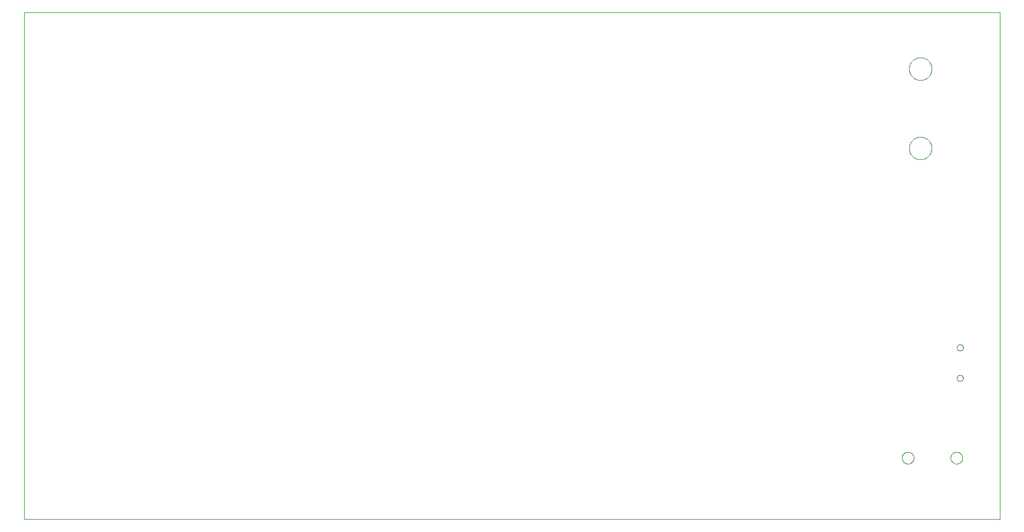
<source format=gko>
G75*
%MOIN*%
%OFA0B0*%
%FSLAX25Y25*%
%IPPOS*%
%LPD*%
%AMOC8*
5,1,8,0,0,1.08239X$1,22.5*
%
%ADD10C,0.00000*%
D10*
X0001000Y0022394D02*
X0001000Y0309795D01*
X0553100Y0309795D01*
X0553100Y0022394D01*
X0001000Y0022394D01*
X0497754Y0057257D02*
X0497756Y0057372D01*
X0497762Y0057488D01*
X0497772Y0057603D01*
X0497786Y0057718D01*
X0497804Y0057832D01*
X0497826Y0057945D01*
X0497851Y0058058D01*
X0497881Y0058169D01*
X0497914Y0058280D01*
X0497951Y0058389D01*
X0497992Y0058497D01*
X0498037Y0058604D01*
X0498085Y0058709D01*
X0498137Y0058812D01*
X0498193Y0058913D01*
X0498252Y0059013D01*
X0498314Y0059110D01*
X0498380Y0059205D01*
X0498448Y0059298D01*
X0498520Y0059388D01*
X0498595Y0059476D01*
X0498674Y0059561D01*
X0498755Y0059643D01*
X0498838Y0059723D01*
X0498925Y0059799D01*
X0499014Y0059873D01*
X0499105Y0059943D01*
X0499199Y0060011D01*
X0499295Y0060075D01*
X0499394Y0060135D01*
X0499494Y0060192D01*
X0499596Y0060246D01*
X0499700Y0060296D01*
X0499806Y0060343D01*
X0499913Y0060386D01*
X0500022Y0060425D01*
X0500132Y0060460D01*
X0500243Y0060491D01*
X0500355Y0060519D01*
X0500468Y0060543D01*
X0500582Y0060563D01*
X0500697Y0060579D01*
X0500812Y0060591D01*
X0500927Y0060599D01*
X0501042Y0060603D01*
X0501158Y0060603D01*
X0501273Y0060599D01*
X0501388Y0060591D01*
X0501503Y0060579D01*
X0501618Y0060563D01*
X0501732Y0060543D01*
X0501845Y0060519D01*
X0501957Y0060491D01*
X0502068Y0060460D01*
X0502178Y0060425D01*
X0502287Y0060386D01*
X0502394Y0060343D01*
X0502500Y0060296D01*
X0502604Y0060246D01*
X0502706Y0060192D01*
X0502806Y0060135D01*
X0502905Y0060075D01*
X0503001Y0060011D01*
X0503095Y0059943D01*
X0503186Y0059873D01*
X0503275Y0059799D01*
X0503362Y0059723D01*
X0503445Y0059643D01*
X0503526Y0059561D01*
X0503605Y0059476D01*
X0503680Y0059388D01*
X0503752Y0059298D01*
X0503820Y0059205D01*
X0503886Y0059110D01*
X0503948Y0059013D01*
X0504007Y0058913D01*
X0504063Y0058812D01*
X0504115Y0058709D01*
X0504163Y0058604D01*
X0504208Y0058497D01*
X0504249Y0058389D01*
X0504286Y0058280D01*
X0504319Y0058169D01*
X0504349Y0058058D01*
X0504374Y0057945D01*
X0504396Y0057832D01*
X0504414Y0057718D01*
X0504428Y0057603D01*
X0504438Y0057488D01*
X0504444Y0057372D01*
X0504446Y0057257D01*
X0504444Y0057142D01*
X0504438Y0057026D01*
X0504428Y0056911D01*
X0504414Y0056796D01*
X0504396Y0056682D01*
X0504374Y0056569D01*
X0504349Y0056456D01*
X0504319Y0056345D01*
X0504286Y0056234D01*
X0504249Y0056125D01*
X0504208Y0056017D01*
X0504163Y0055910D01*
X0504115Y0055805D01*
X0504063Y0055702D01*
X0504007Y0055601D01*
X0503948Y0055501D01*
X0503886Y0055404D01*
X0503820Y0055309D01*
X0503752Y0055216D01*
X0503680Y0055126D01*
X0503605Y0055038D01*
X0503526Y0054953D01*
X0503445Y0054871D01*
X0503362Y0054791D01*
X0503275Y0054715D01*
X0503186Y0054641D01*
X0503095Y0054571D01*
X0503001Y0054503D01*
X0502905Y0054439D01*
X0502806Y0054379D01*
X0502706Y0054322D01*
X0502604Y0054268D01*
X0502500Y0054218D01*
X0502394Y0054171D01*
X0502287Y0054128D01*
X0502178Y0054089D01*
X0502068Y0054054D01*
X0501957Y0054023D01*
X0501845Y0053995D01*
X0501732Y0053971D01*
X0501618Y0053951D01*
X0501503Y0053935D01*
X0501388Y0053923D01*
X0501273Y0053915D01*
X0501158Y0053911D01*
X0501042Y0053911D01*
X0500927Y0053915D01*
X0500812Y0053923D01*
X0500697Y0053935D01*
X0500582Y0053951D01*
X0500468Y0053971D01*
X0500355Y0053995D01*
X0500243Y0054023D01*
X0500132Y0054054D01*
X0500022Y0054089D01*
X0499913Y0054128D01*
X0499806Y0054171D01*
X0499700Y0054218D01*
X0499596Y0054268D01*
X0499494Y0054322D01*
X0499394Y0054379D01*
X0499295Y0054439D01*
X0499199Y0054503D01*
X0499105Y0054571D01*
X0499014Y0054641D01*
X0498925Y0054715D01*
X0498838Y0054791D01*
X0498755Y0054871D01*
X0498674Y0054953D01*
X0498595Y0055038D01*
X0498520Y0055126D01*
X0498448Y0055216D01*
X0498380Y0055309D01*
X0498314Y0055404D01*
X0498252Y0055501D01*
X0498193Y0055601D01*
X0498137Y0055702D01*
X0498085Y0055805D01*
X0498037Y0055910D01*
X0497992Y0056017D01*
X0497951Y0056125D01*
X0497914Y0056234D01*
X0497881Y0056345D01*
X0497851Y0056456D01*
X0497826Y0056569D01*
X0497804Y0056682D01*
X0497786Y0056796D01*
X0497772Y0056911D01*
X0497762Y0057026D01*
X0497756Y0057142D01*
X0497754Y0057257D01*
X0525313Y0057257D02*
X0525315Y0057372D01*
X0525321Y0057488D01*
X0525331Y0057603D01*
X0525345Y0057718D01*
X0525363Y0057832D01*
X0525385Y0057945D01*
X0525410Y0058058D01*
X0525440Y0058169D01*
X0525473Y0058280D01*
X0525510Y0058389D01*
X0525551Y0058497D01*
X0525596Y0058604D01*
X0525644Y0058709D01*
X0525696Y0058812D01*
X0525752Y0058913D01*
X0525811Y0059013D01*
X0525873Y0059110D01*
X0525939Y0059205D01*
X0526007Y0059298D01*
X0526079Y0059388D01*
X0526154Y0059476D01*
X0526233Y0059561D01*
X0526314Y0059643D01*
X0526397Y0059723D01*
X0526484Y0059799D01*
X0526573Y0059873D01*
X0526664Y0059943D01*
X0526758Y0060011D01*
X0526854Y0060075D01*
X0526953Y0060135D01*
X0527053Y0060192D01*
X0527155Y0060246D01*
X0527259Y0060296D01*
X0527365Y0060343D01*
X0527472Y0060386D01*
X0527581Y0060425D01*
X0527691Y0060460D01*
X0527802Y0060491D01*
X0527914Y0060519D01*
X0528027Y0060543D01*
X0528141Y0060563D01*
X0528256Y0060579D01*
X0528371Y0060591D01*
X0528486Y0060599D01*
X0528601Y0060603D01*
X0528717Y0060603D01*
X0528832Y0060599D01*
X0528947Y0060591D01*
X0529062Y0060579D01*
X0529177Y0060563D01*
X0529291Y0060543D01*
X0529404Y0060519D01*
X0529516Y0060491D01*
X0529627Y0060460D01*
X0529737Y0060425D01*
X0529846Y0060386D01*
X0529953Y0060343D01*
X0530059Y0060296D01*
X0530163Y0060246D01*
X0530265Y0060192D01*
X0530365Y0060135D01*
X0530464Y0060075D01*
X0530560Y0060011D01*
X0530654Y0059943D01*
X0530745Y0059873D01*
X0530834Y0059799D01*
X0530921Y0059723D01*
X0531004Y0059643D01*
X0531085Y0059561D01*
X0531164Y0059476D01*
X0531239Y0059388D01*
X0531311Y0059298D01*
X0531379Y0059205D01*
X0531445Y0059110D01*
X0531507Y0059013D01*
X0531566Y0058913D01*
X0531622Y0058812D01*
X0531674Y0058709D01*
X0531722Y0058604D01*
X0531767Y0058497D01*
X0531808Y0058389D01*
X0531845Y0058280D01*
X0531878Y0058169D01*
X0531908Y0058058D01*
X0531933Y0057945D01*
X0531955Y0057832D01*
X0531973Y0057718D01*
X0531987Y0057603D01*
X0531997Y0057488D01*
X0532003Y0057372D01*
X0532005Y0057257D01*
X0532003Y0057142D01*
X0531997Y0057026D01*
X0531987Y0056911D01*
X0531973Y0056796D01*
X0531955Y0056682D01*
X0531933Y0056569D01*
X0531908Y0056456D01*
X0531878Y0056345D01*
X0531845Y0056234D01*
X0531808Y0056125D01*
X0531767Y0056017D01*
X0531722Y0055910D01*
X0531674Y0055805D01*
X0531622Y0055702D01*
X0531566Y0055601D01*
X0531507Y0055501D01*
X0531445Y0055404D01*
X0531379Y0055309D01*
X0531311Y0055216D01*
X0531239Y0055126D01*
X0531164Y0055038D01*
X0531085Y0054953D01*
X0531004Y0054871D01*
X0530921Y0054791D01*
X0530834Y0054715D01*
X0530745Y0054641D01*
X0530654Y0054571D01*
X0530560Y0054503D01*
X0530464Y0054439D01*
X0530365Y0054379D01*
X0530265Y0054322D01*
X0530163Y0054268D01*
X0530059Y0054218D01*
X0529953Y0054171D01*
X0529846Y0054128D01*
X0529737Y0054089D01*
X0529627Y0054054D01*
X0529516Y0054023D01*
X0529404Y0053995D01*
X0529291Y0053971D01*
X0529177Y0053951D01*
X0529062Y0053935D01*
X0528947Y0053923D01*
X0528832Y0053915D01*
X0528717Y0053911D01*
X0528601Y0053911D01*
X0528486Y0053915D01*
X0528371Y0053923D01*
X0528256Y0053935D01*
X0528141Y0053951D01*
X0528027Y0053971D01*
X0527914Y0053995D01*
X0527802Y0054023D01*
X0527691Y0054054D01*
X0527581Y0054089D01*
X0527472Y0054128D01*
X0527365Y0054171D01*
X0527259Y0054218D01*
X0527155Y0054268D01*
X0527053Y0054322D01*
X0526953Y0054379D01*
X0526854Y0054439D01*
X0526758Y0054503D01*
X0526664Y0054571D01*
X0526573Y0054641D01*
X0526484Y0054715D01*
X0526397Y0054791D01*
X0526314Y0054871D01*
X0526233Y0054953D01*
X0526154Y0055038D01*
X0526079Y0055126D01*
X0526007Y0055216D01*
X0525939Y0055309D01*
X0525873Y0055404D01*
X0525811Y0055501D01*
X0525752Y0055601D01*
X0525696Y0055702D01*
X0525644Y0055805D01*
X0525596Y0055910D01*
X0525551Y0056017D01*
X0525510Y0056125D01*
X0525473Y0056234D01*
X0525440Y0056345D01*
X0525410Y0056456D01*
X0525385Y0056569D01*
X0525363Y0056682D01*
X0525345Y0056796D01*
X0525331Y0056911D01*
X0525321Y0057026D01*
X0525315Y0057142D01*
X0525313Y0057257D01*
X0528850Y0102486D02*
X0528852Y0102570D01*
X0528858Y0102653D01*
X0528868Y0102736D01*
X0528882Y0102819D01*
X0528899Y0102901D01*
X0528921Y0102982D01*
X0528946Y0103061D01*
X0528975Y0103140D01*
X0529008Y0103217D01*
X0529044Y0103292D01*
X0529084Y0103366D01*
X0529127Y0103438D01*
X0529174Y0103507D01*
X0529224Y0103574D01*
X0529277Y0103639D01*
X0529333Y0103701D01*
X0529391Y0103761D01*
X0529453Y0103818D01*
X0529517Y0103871D01*
X0529584Y0103922D01*
X0529653Y0103969D01*
X0529724Y0104014D01*
X0529797Y0104054D01*
X0529872Y0104091D01*
X0529949Y0104125D01*
X0530027Y0104155D01*
X0530106Y0104181D01*
X0530187Y0104204D01*
X0530269Y0104222D01*
X0530351Y0104237D01*
X0530434Y0104248D01*
X0530517Y0104255D01*
X0530601Y0104258D01*
X0530685Y0104257D01*
X0530768Y0104252D01*
X0530852Y0104243D01*
X0530934Y0104230D01*
X0531016Y0104214D01*
X0531097Y0104193D01*
X0531178Y0104169D01*
X0531256Y0104141D01*
X0531334Y0104109D01*
X0531410Y0104073D01*
X0531484Y0104034D01*
X0531556Y0103992D01*
X0531626Y0103946D01*
X0531694Y0103897D01*
X0531759Y0103845D01*
X0531822Y0103790D01*
X0531882Y0103732D01*
X0531940Y0103671D01*
X0531994Y0103607D01*
X0532046Y0103541D01*
X0532094Y0103473D01*
X0532139Y0103402D01*
X0532180Y0103329D01*
X0532219Y0103255D01*
X0532253Y0103179D01*
X0532284Y0103101D01*
X0532311Y0103022D01*
X0532335Y0102941D01*
X0532354Y0102860D01*
X0532370Y0102778D01*
X0532382Y0102695D01*
X0532390Y0102611D01*
X0532394Y0102528D01*
X0532394Y0102444D01*
X0532390Y0102361D01*
X0532382Y0102277D01*
X0532370Y0102194D01*
X0532354Y0102112D01*
X0532335Y0102031D01*
X0532311Y0101950D01*
X0532284Y0101871D01*
X0532253Y0101793D01*
X0532219Y0101717D01*
X0532180Y0101643D01*
X0532139Y0101570D01*
X0532094Y0101499D01*
X0532046Y0101431D01*
X0531994Y0101365D01*
X0531940Y0101301D01*
X0531882Y0101240D01*
X0531822Y0101182D01*
X0531759Y0101127D01*
X0531694Y0101075D01*
X0531626Y0101026D01*
X0531556Y0100980D01*
X0531484Y0100938D01*
X0531410Y0100899D01*
X0531334Y0100863D01*
X0531256Y0100831D01*
X0531178Y0100803D01*
X0531097Y0100779D01*
X0531016Y0100758D01*
X0530934Y0100742D01*
X0530852Y0100729D01*
X0530768Y0100720D01*
X0530685Y0100715D01*
X0530601Y0100714D01*
X0530517Y0100717D01*
X0530434Y0100724D01*
X0530351Y0100735D01*
X0530269Y0100750D01*
X0530187Y0100768D01*
X0530106Y0100791D01*
X0530027Y0100817D01*
X0529949Y0100847D01*
X0529872Y0100881D01*
X0529797Y0100918D01*
X0529724Y0100958D01*
X0529653Y0101003D01*
X0529584Y0101050D01*
X0529517Y0101101D01*
X0529453Y0101154D01*
X0529391Y0101211D01*
X0529333Y0101271D01*
X0529277Y0101333D01*
X0529224Y0101398D01*
X0529174Y0101465D01*
X0529127Y0101534D01*
X0529084Y0101606D01*
X0529044Y0101680D01*
X0529008Y0101755D01*
X0528975Y0101832D01*
X0528946Y0101911D01*
X0528921Y0101990D01*
X0528899Y0102071D01*
X0528882Y0102153D01*
X0528868Y0102236D01*
X0528858Y0102319D01*
X0528852Y0102402D01*
X0528850Y0102486D01*
X0528850Y0119809D02*
X0528852Y0119893D01*
X0528858Y0119976D01*
X0528868Y0120059D01*
X0528882Y0120142D01*
X0528899Y0120224D01*
X0528921Y0120305D01*
X0528946Y0120384D01*
X0528975Y0120463D01*
X0529008Y0120540D01*
X0529044Y0120615D01*
X0529084Y0120689D01*
X0529127Y0120761D01*
X0529174Y0120830D01*
X0529224Y0120897D01*
X0529277Y0120962D01*
X0529333Y0121024D01*
X0529391Y0121084D01*
X0529453Y0121141D01*
X0529517Y0121194D01*
X0529584Y0121245D01*
X0529653Y0121292D01*
X0529724Y0121337D01*
X0529797Y0121377D01*
X0529872Y0121414D01*
X0529949Y0121448D01*
X0530027Y0121478D01*
X0530106Y0121504D01*
X0530187Y0121527D01*
X0530269Y0121545D01*
X0530351Y0121560D01*
X0530434Y0121571D01*
X0530517Y0121578D01*
X0530601Y0121581D01*
X0530685Y0121580D01*
X0530768Y0121575D01*
X0530852Y0121566D01*
X0530934Y0121553D01*
X0531016Y0121537D01*
X0531097Y0121516D01*
X0531178Y0121492D01*
X0531256Y0121464D01*
X0531334Y0121432D01*
X0531410Y0121396D01*
X0531484Y0121357D01*
X0531556Y0121315D01*
X0531626Y0121269D01*
X0531694Y0121220D01*
X0531759Y0121168D01*
X0531822Y0121113D01*
X0531882Y0121055D01*
X0531940Y0120994D01*
X0531994Y0120930D01*
X0532046Y0120864D01*
X0532094Y0120796D01*
X0532139Y0120725D01*
X0532180Y0120652D01*
X0532219Y0120578D01*
X0532253Y0120502D01*
X0532284Y0120424D01*
X0532311Y0120345D01*
X0532335Y0120264D01*
X0532354Y0120183D01*
X0532370Y0120101D01*
X0532382Y0120018D01*
X0532390Y0119934D01*
X0532394Y0119851D01*
X0532394Y0119767D01*
X0532390Y0119684D01*
X0532382Y0119600D01*
X0532370Y0119517D01*
X0532354Y0119435D01*
X0532335Y0119354D01*
X0532311Y0119273D01*
X0532284Y0119194D01*
X0532253Y0119116D01*
X0532219Y0119040D01*
X0532180Y0118966D01*
X0532139Y0118893D01*
X0532094Y0118822D01*
X0532046Y0118754D01*
X0531994Y0118688D01*
X0531940Y0118624D01*
X0531882Y0118563D01*
X0531822Y0118505D01*
X0531759Y0118450D01*
X0531694Y0118398D01*
X0531626Y0118349D01*
X0531556Y0118303D01*
X0531484Y0118261D01*
X0531410Y0118222D01*
X0531334Y0118186D01*
X0531256Y0118154D01*
X0531178Y0118126D01*
X0531097Y0118102D01*
X0531016Y0118081D01*
X0530934Y0118065D01*
X0530852Y0118052D01*
X0530768Y0118043D01*
X0530685Y0118038D01*
X0530601Y0118037D01*
X0530517Y0118040D01*
X0530434Y0118047D01*
X0530351Y0118058D01*
X0530269Y0118073D01*
X0530187Y0118091D01*
X0530106Y0118114D01*
X0530027Y0118140D01*
X0529949Y0118170D01*
X0529872Y0118204D01*
X0529797Y0118241D01*
X0529724Y0118281D01*
X0529653Y0118326D01*
X0529584Y0118373D01*
X0529517Y0118424D01*
X0529453Y0118477D01*
X0529391Y0118534D01*
X0529333Y0118594D01*
X0529277Y0118656D01*
X0529224Y0118721D01*
X0529174Y0118788D01*
X0529127Y0118857D01*
X0529084Y0118929D01*
X0529044Y0119003D01*
X0529008Y0119078D01*
X0528975Y0119155D01*
X0528946Y0119234D01*
X0528921Y0119313D01*
X0528899Y0119394D01*
X0528882Y0119476D01*
X0528868Y0119559D01*
X0528858Y0119642D01*
X0528852Y0119725D01*
X0528850Y0119809D01*
X0501800Y0232857D02*
X0501802Y0233017D01*
X0501808Y0233176D01*
X0501818Y0233335D01*
X0501832Y0233494D01*
X0501850Y0233653D01*
X0501871Y0233811D01*
X0501897Y0233968D01*
X0501927Y0234125D01*
X0501960Y0234281D01*
X0501998Y0234436D01*
X0502039Y0234590D01*
X0502084Y0234743D01*
X0502133Y0234895D01*
X0502186Y0235046D01*
X0502242Y0235195D01*
X0502303Y0235343D01*
X0502366Y0235489D01*
X0502434Y0235634D01*
X0502505Y0235777D01*
X0502579Y0235918D01*
X0502657Y0236057D01*
X0502739Y0236194D01*
X0502824Y0236329D01*
X0502912Y0236462D01*
X0503004Y0236593D01*
X0503098Y0236721D01*
X0503196Y0236847D01*
X0503297Y0236971D01*
X0503401Y0237092D01*
X0503508Y0237210D01*
X0503618Y0237326D01*
X0503731Y0237439D01*
X0503847Y0237549D01*
X0503965Y0237656D01*
X0504086Y0237760D01*
X0504210Y0237861D01*
X0504336Y0237959D01*
X0504464Y0238053D01*
X0504595Y0238145D01*
X0504728Y0238233D01*
X0504863Y0238318D01*
X0505000Y0238400D01*
X0505139Y0238478D01*
X0505280Y0238552D01*
X0505423Y0238623D01*
X0505568Y0238691D01*
X0505714Y0238754D01*
X0505862Y0238815D01*
X0506011Y0238871D01*
X0506162Y0238924D01*
X0506314Y0238973D01*
X0506467Y0239018D01*
X0506621Y0239059D01*
X0506776Y0239097D01*
X0506932Y0239130D01*
X0507089Y0239160D01*
X0507246Y0239186D01*
X0507404Y0239207D01*
X0507563Y0239225D01*
X0507722Y0239239D01*
X0507881Y0239249D01*
X0508040Y0239255D01*
X0508200Y0239257D01*
X0508360Y0239255D01*
X0508519Y0239249D01*
X0508678Y0239239D01*
X0508837Y0239225D01*
X0508996Y0239207D01*
X0509154Y0239186D01*
X0509311Y0239160D01*
X0509468Y0239130D01*
X0509624Y0239097D01*
X0509779Y0239059D01*
X0509933Y0239018D01*
X0510086Y0238973D01*
X0510238Y0238924D01*
X0510389Y0238871D01*
X0510538Y0238815D01*
X0510686Y0238754D01*
X0510832Y0238691D01*
X0510977Y0238623D01*
X0511120Y0238552D01*
X0511261Y0238478D01*
X0511400Y0238400D01*
X0511537Y0238318D01*
X0511672Y0238233D01*
X0511805Y0238145D01*
X0511936Y0238053D01*
X0512064Y0237959D01*
X0512190Y0237861D01*
X0512314Y0237760D01*
X0512435Y0237656D01*
X0512553Y0237549D01*
X0512669Y0237439D01*
X0512782Y0237326D01*
X0512892Y0237210D01*
X0512999Y0237092D01*
X0513103Y0236971D01*
X0513204Y0236847D01*
X0513302Y0236721D01*
X0513396Y0236593D01*
X0513488Y0236462D01*
X0513576Y0236329D01*
X0513661Y0236194D01*
X0513743Y0236057D01*
X0513821Y0235918D01*
X0513895Y0235777D01*
X0513966Y0235634D01*
X0514034Y0235489D01*
X0514097Y0235343D01*
X0514158Y0235195D01*
X0514214Y0235046D01*
X0514267Y0234895D01*
X0514316Y0234743D01*
X0514361Y0234590D01*
X0514402Y0234436D01*
X0514440Y0234281D01*
X0514473Y0234125D01*
X0514503Y0233968D01*
X0514529Y0233811D01*
X0514550Y0233653D01*
X0514568Y0233494D01*
X0514582Y0233335D01*
X0514592Y0233176D01*
X0514598Y0233017D01*
X0514600Y0232857D01*
X0514598Y0232697D01*
X0514592Y0232538D01*
X0514582Y0232379D01*
X0514568Y0232220D01*
X0514550Y0232061D01*
X0514529Y0231903D01*
X0514503Y0231746D01*
X0514473Y0231589D01*
X0514440Y0231433D01*
X0514402Y0231278D01*
X0514361Y0231124D01*
X0514316Y0230971D01*
X0514267Y0230819D01*
X0514214Y0230668D01*
X0514158Y0230519D01*
X0514097Y0230371D01*
X0514034Y0230225D01*
X0513966Y0230080D01*
X0513895Y0229937D01*
X0513821Y0229796D01*
X0513743Y0229657D01*
X0513661Y0229520D01*
X0513576Y0229385D01*
X0513488Y0229252D01*
X0513396Y0229121D01*
X0513302Y0228993D01*
X0513204Y0228867D01*
X0513103Y0228743D01*
X0512999Y0228622D01*
X0512892Y0228504D01*
X0512782Y0228388D01*
X0512669Y0228275D01*
X0512553Y0228165D01*
X0512435Y0228058D01*
X0512314Y0227954D01*
X0512190Y0227853D01*
X0512064Y0227755D01*
X0511936Y0227661D01*
X0511805Y0227569D01*
X0511672Y0227481D01*
X0511537Y0227396D01*
X0511400Y0227314D01*
X0511261Y0227236D01*
X0511120Y0227162D01*
X0510977Y0227091D01*
X0510832Y0227023D01*
X0510686Y0226960D01*
X0510538Y0226899D01*
X0510389Y0226843D01*
X0510238Y0226790D01*
X0510086Y0226741D01*
X0509933Y0226696D01*
X0509779Y0226655D01*
X0509624Y0226617D01*
X0509468Y0226584D01*
X0509311Y0226554D01*
X0509154Y0226528D01*
X0508996Y0226507D01*
X0508837Y0226489D01*
X0508678Y0226475D01*
X0508519Y0226465D01*
X0508360Y0226459D01*
X0508200Y0226457D01*
X0508040Y0226459D01*
X0507881Y0226465D01*
X0507722Y0226475D01*
X0507563Y0226489D01*
X0507404Y0226507D01*
X0507246Y0226528D01*
X0507089Y0226554D01*
X0506932Y0226584D01*
X0506776Y0226617D01*
X0506621Y0226655D01*
X0506467Y0226696D01*
X0506314Y0226741D01*
X0506162Y0226790D01*
X0506011Y0226843D01*
X0505862Y0226899D01*
X0505714Y0226960D01*
X0505568Y0227023D01*
X0505423Y0227091D01*
X0505280Y0227162D01*
X0505139Y0227236D01*
X0505000Y0227314D01*
X0504863Y0227396D01*
X0504728Y0227481D01*
X0504595Y0227569D01*
X0504464Y0227661D01*
X0504336Y0227755D01*
X0504210Y0227853D01*
X0504086Y0227954D01*
X0503965Y0228058D01*
X0503847Y0228165D01*
X0503731Y0228275D01*
X0503618Y0228388D01*
X0503508Y0228504D01*
X0503401Y0228622D01*
X0503297Y0228743D01*
X0503196Y0228867D01*
X0503098Y0228993D01*
X0503004Y0229121D01*
X0502912Y0229252D01*
X0502824Y0229385D01*
X0502739Y0229520D01*
X0502657Y0229657D01*
X0502579Y0229796D01*
X0502505Y0229937D01*
X0502434Y0230080D01*
X0502366Y0230225D01*
X0502303Y0230371D01*
X0502242Y0230519D01*
X0502186Y0230668D01*
X0502133Y0230819D01*
X0502084Y0230971D01*
X0502039Y0231124D01*
X0501998Y0231278D01*
X0501960Y0231433D01*
X0501927Y0231589D01*
X0501897Y0231746D01*
X0501871Y0231903D01*
X0501850Y0232061D01*
X0501832Y0232220D01*
X0501818Y0232379D01*
X0501808Y0232538D01*
X0501802Y0232697D01*
X0501800Y0232857D01*
X0501800Y0277857D02*
X0501802Y0278017D01*
X0501808Y0278176D01*
X0501818Y0278335D01*
X0501832Y0278494D01*
X0501850Y0278653D01*
X0501871Y0278811D01*
X0501897Y0278968D01*
X0501927Y0279125D01*
X0501960Y0279281D01*
X0501998Y0279436D01*
X0502039Y0279590D01*
X0502084Y0279743D01*
X0502133Y0279895D01*
X0502186Y0280046D01*
X0502242Y0280195D01*
X0502303Y0280343D01*
X0502366Y0280489D01*
X0502434Y0280634D01*
X0502505Y0280777D01*
X0502579Y0280918D01*
X0502657Y0281057D01*
X0502739Y0281194D01*
X0502824Y0281329D01*
X0502912Y0281462D01*
X0503004Y0281593D01*
X0503098Y0281721D01*
X0503196Y0281847D01*
X0503297Y0281971D01*
X0503401Y0282092D01*
X0503508Y0282210D01*
X0503618Y0282326D01*
X0503731Y0282439D01*
X0503847Y0282549D01*
X0503965Y0282656D01*
X0504086Y0282760D01*
X0504210Y0282861D01*
X0504336Y0282959D01*
X0504464Y0283053D01*
X0504595Y0283145D01*
X0504728Y0283233D01*
X0504863Y0283318D01*
X0505000Y0283400D01*
X0505139Y0283478D01*
X0505280Y0283552D01*
X0505423Y0283623D01*
X0505568Y0283691D01*
X0505714Y0283754D01*
X0505862Y0283815D01*
X0506011Y0283871D01*
X0506162Y0283924D01*
X0506314Y0283973D01*
X0506467Y0284018D01*
X0506621Y0284059D01*
X0506776Y0284097D01*
X0506932Y0284130D01*
X0507089Y0284160D01*
X0507246Y0284186D01*
X0507404Y0284207D01*
X0507563Y0284225D01*
X0507722Y0284239D01*
X0507881Y0284249D01*
X0508040Y0284255D01*
X0508200Y0284257D01*
X0508360Y0284255D01*
X0508519Y0284249D01*
X0508678Y0284239D01*
X0508837Y0284225D01*
X0508996Y0284207D01*
X0509154Y0284186D01*
X0509311Y0284160D01*
X0509468Y0284130D01*
X0509624Y0284097D01*
X0509779Y0284059D01*
X0509933Y0284018D01*
X0510086Y0283973D01*
X0510238Y0283924D01*
X0510389Y0283871D01*
X0510538Y0283815D01*
X0510686Y0283754D01*
X0510832Y0283691D01*
X0510977Y0283623D01*
X0511120Y0283552D01*
X0511261Y0283478D01*
X0511400Y0283400D01*
X0511537Y0283318D01*
X0511672Y0283233D01*
X0511805Y0283145D01*
X0511936Y0283053D01*
X0512064Y0282959D01*
X0512190Y0282861D01*
X0512314Y0282760D01*
X0512435Y0282656D01*
X0512553Y0282549D01*
X0512669Y0282439D01*
X0512782Y0282326D01*
X0512892Y0282210D01*
X0512999Y0282092D01*
X0513103Y0281971D01*
X0513204Y0281847D01*
X0513302Y0281721D01*
X0513396Y0281593D01*
X0513488Y0281462D01*
X0513576Y0281329D01*
X0513661Y0281194D01*
X0513743Y0281057D01*
X0513821Y0280918D01*
X0513895Y0280777D01*
X0513966Y0280634D01*
X0514034Y0280489D01*
X0514097Y0280343D01*
X0514158Y0280195D01*
X0514214Y0280046D01*
X0514267Y0279895D01*
X0514316Y0279743D01*
X0514361Y0279590D01*
X0514402Y0279436D01*
X0514440Y0279281D01*
X0514473Y0279125D01*
X0514503Y0278968D01*
X0514529Y0278811D01*
X0514550Y0278653D01*
X0514568Y0278494D01*
X0514582Y0278335D01*
X0514592Y0278176D01*
X0514598Y0278017D01*
X0514600Y0277857D01*
X0514598Y0277697D01*
X0514592Y0277538D01*
X0514582Y0277379D01*
X0514568Y0277220D01*
X0514550Y0277061D01*
X0514529Y0276903D01*
X0514503Y0276746D01*
X0514473Y0276589D01*
X0514440Y0276433D01*
X0514402Y0276278D01*
X0514361Y0276124D01*
X0514316Y0275971D01*
X0514267Y0275819D01*
X0514214Y0275668D01*
X0514158Y0275519D01*
X0514097Y0275371D01*
X0514034Y0275225D01*
X0513966Y0275080D01*
X0513895Y0274937D01*
X0513821Y0274796D01*
X0513743Y0274657D01*
X0513661Y0274520D01*
X0513576Y0274385D01*
X0513488Y0274252D01*
X0513396Y0274121D01*
X0513302Y0273993D01*
X0513204Y0273867D01*
X0513103Y0273743D01*
X0512999Y0273622D01*
X0512892Y0273504D01*
X0512782Y0273388D01*
X0512669Y0273275D01*
X0512553Y0273165D01*
X0512435Y0273058D01*
X0512314Y0272954D01*
X0512190Y0272853D01*
X0512064Y0272755D01*
X0511936Y0272661D01*
X0511805Y0272569D01*
X0511672Y0272481D01*
X0511537Y0272396D01*
X0511400Y0272314D01*
X0511261Y0272236D01*
X0511120Y0272162D01*
X0510977Y0272091D01*
X0510832Y0272023D01*
X0510686Y0271960D01*
X0510538Y0271899D01*
X0510389Y0271843D01*
X0510238Y0271790D01*
X0510086Y0271741D01*
X0509933Y0271696D01*
X0509779Y0271655D01*
X0509624Y0271617D01*
X0509468Y0271584D01*
X0509311Y0271554D01*
X0509154Y0271528D01*
X0508996Y0271507D01*
X0508837Y0271489D01*
X0508678Y0271475D01*
X0508519Y0271465D01*
X0508360Y0271459D01*
X0508200Y0271457D01*
X0508040Y0271459D01*
X0507881Y0271465D01*
X0507722Y0271475D01*
X0507563Y0271489D01*
X0507404Y0271507D01*
X0507246Y0271528D01*
X0507089Y0271554D01*
X0506932Y0271584D01*
X0506776Y0271617D01*
X0506621Y0271655D01*
X0506467Y0271696D01*
X0506314Y0271741D01*
X0506162Y0271790D01*
X0506011Y0271843D01*
X0505862Y0271899D01*
X0505714Y0271960D01*
X0505568Y0272023D01*
X0505423Y0272091D01*
X0505280Y0272162D01*
X0505139Y0272236D01*
X0505000Y0272314D01*
X0504863Y0272396D01*
X0504728Y0272481D01*
X0504595Y0272569D01*
X0504464Y0272661D01*
X0504336Y0272755D01*
X0504210Y0272853D01*
X0504086Y0272954D01*
X0503965Y0273058D01*
X0503847Y0273165D01*
X0503731Y0273275D01*
X0503618Y0273388D01*
X0503508Y0273504D01*
X0503401Y0273622D01*
X0503297Y0273743D01*
X0503196Y0273867D01*
X0503098Y0273993D01*
X0503004Y0274121D01*
X0502912Y0274252D01*
X0502824Y0274385D01*
X0502739Y0274520D01*
X0502657Y0274657D01*
X0502579Y0274796D01*
X0502505Y0274937D01*
X0502434Y0275080D01*
X0502366Y0275225D01*
X0502303Y0275371D01*
X0502242Y0275519D01*
X0502186Y0275668D01*
X0502133Y0275819D01*
X0502084Y0275971D01*
X0502039Y0276124D01*
X0501998Y0276278D01*
X0501960Y0276433D01*
X0501927Y0276589D01*
X0501897Y0276746D01*
X0501871Y0276903D01*
X0501850Y0277061D01*
X0501832Y0277220D01*
X0501818Y0277379D01*
X0501808Y0277538D01*
X0501802Y0277697D01*
X0501800Y0277857D01*
M02*

</source>
